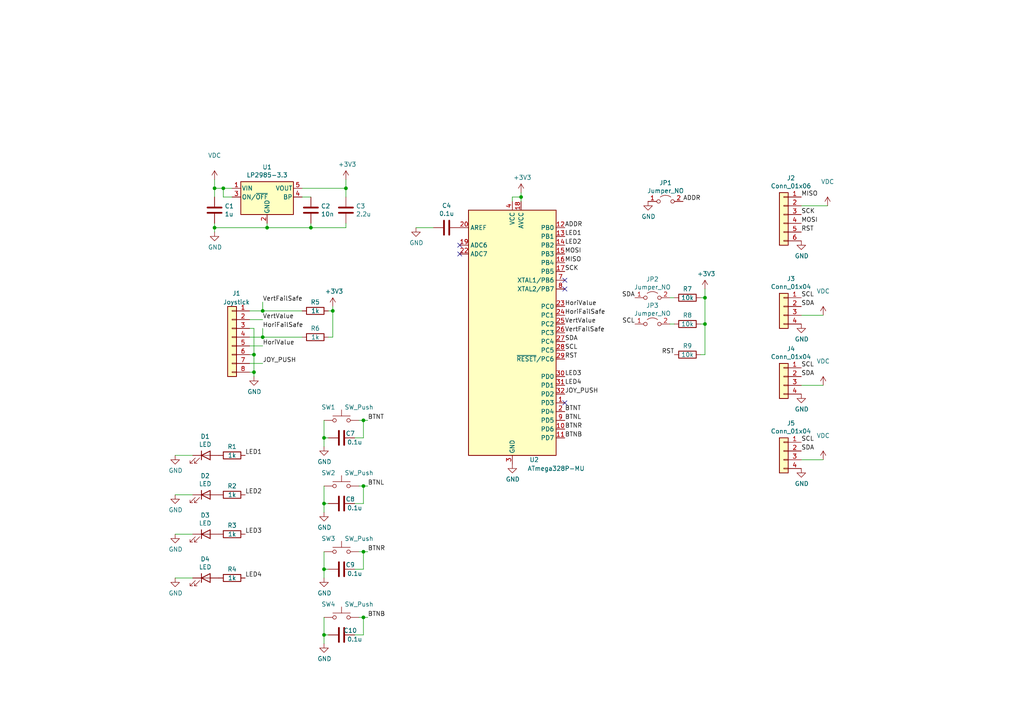
<source format=kicad_sch>
(kicad_sch (version 20230121) (generator eeschema)
  (paper "A4")
  (lib_symbols
    (symbol "Connector_Generic:Conn_01x04" (pin_names (offset 1.016) hide)
      (property "Reference" "J" (at 0 5.08 0))
      (property "Value" "Conn_01x04" (at 0 -7.62 0))
      (symbol "Conn_01x04_1_1"
        (rectangle (start -1.27 -4.953) (end 0 -5.207) (stroke (width 0.1524)))
        (rectangle (start -1.27 -2.413) (end 0 -2.667) (stroke (width 0.1524)))
        (rectangle (start -1.27 0.127) (end 0 -0.127) (stroke (width 0.1524)))
        (rectangle (start -1.27 2.667) (end 0 2.413) (stroke (width 0.1524)))
        (rectangle (start -1.27 3.81) (end 1.27 -6.35) (stroke (width 0.254)) (fill (type background)))
        (pin passive line (at -5.08 2.54 0) (length 3.81) (name "Pin_1") (number "1"))
        (pin passive line (at -5.08 0 0) (length 3.81) (name "Pin_2") (number "2"))
        (pin passive line (at -5.08 -2.54 0) (length 3.81) (name "Pin_3") (number "3"))
        (pin passive line (at -5.08 -5.08 0) (length 3.81) (name "Pin_4") (number "4"))
      )
    )
    (symbol "Connector_Generic:Conn_01x06" (pin_names (offset 1.016) hide)
      (property "Reference" "J" (at 0 7.62 0))
      (property "Value" "Conn_01x06" (at 0 -10.16 0))
      (symbol "Conn_01x06_1_1"
        (rectangle (start -1.27 -7.493) (end 0 -7.747) (stroke (width 0.1524)))
        (rectangle (start -1.27 -4.953) (end 0 -5.207) (stroke (width 0.1524)))
        (rectangle (start -1.27 -2.413) (end 0 -2.667) (stroke (width 0.1524)))
        (rectangle (start -1.27 0.127) (end 0 -0.127) (stroke (width 0.1524)))
        (rectangle (start -1.27 2.667) (end 0 2.413) (stroke (width 0.1524)))
        (rectangle (start -1.27 5.207) (end 0 4.953) (stroke (width 0.1524)))
        (rectangle (start -1.27 6.35) (end 1.27 -8.89) (stroke (width 0.254)) (fill (type background)))
        (pin passive line (at -5.08 5.08 0) (length 3.81) (name "Pin_1") (number "1"))
        (pin passive line (at -5.08 2.54 0) (length 3.81) (name "Pin_2") (number "2"))
        (pin passive line (at -5.08 0 0) (length 3.81) (name "Pin_3") (number "3"))
        (pin passive line (at -5.08 -2.54 0) (length 3.81) (name "Pin_4") (number "4"))
        (pin passive line (at -5.08 -5.08 0) (length 3.81) (name "Pin_5") (number "5"))
        (pin passive line (at -5.08 -7.62 0) (length 3.81) (name "Pin_6") (number "6"))
      )
    )
    (symbol "Connector_Generic:Conn_01x08" (pin_names (offset 1.016) hide)
      (property "Reference" "J" (at 0 10.16 0))
      (property "Value" "Conn_01x08" (at 0 -12.7 0))
      (symbol "Conn_01x08_1_1"
        (rectangle (start -1.27 -10.033) (end 0 -10.287) (stroke (width 0.1524)))
        (rectangle (start -1.27 -7.493) (end 0 -7.747) (stroke (width 0.1524)))
        (rectangle (start -1.27 -4.953) (end 0 -5.207) (stroke (width 0.1524)))
        (rectangle (start -1.27 -2.413) (end 0 -2.667) (stroke (width 0.1524)))
        (rectangle (start -1.27 0.127) (end 0 -0.127) (stroke (width 0.1524)))
        (rectangle (start -1.27 2.667) (end 0 2.413) (stroke (width 0.1524)))
        (rectangle (start -1.27 5.207) (end 0 4.953) (stroke (width 0.1524)))
        (rectangle (start -1.27 7.747) (end 0 7.493) (stroke (width 0.1524)))
        (rectangle (start -1.27 8.89) (end 1.27 -11.43) (stroke (width 0.254)) (fill (type background)))
        (pin passive line (at -5.08 7.62 0) (length 3.81) (name "Pin_1") (number "1"))
        (pin passive line (at -5.08 5.08 0) (length 3.81) (name "Pin_2") (number "2"))
        (pin passive line (at -5.08 2.54 0) (length 3.81) (name "Pin_3") (number "3"))
        (pin passive line (at -5.08 0 0) (length 3.81) (name "Pin_4") (number "4"))
        (pin passive line (at -5.08 -2.54 0) (length 3.81) (name "Pin_5") (number "5"))
        (pin passive line (at -5.08 -5.08 0) (length 3.81) (name "Pin_6") (number "6"))
        (pin passive line (at -5.08 -7.62 0) (length 3.81) (name "Pin_7") (number "7"))
        (pin passive line (at -5.08 -10.16 0) (length 3.81) (name "Pin_8") (number "8"))
      )
    )
    (symbol "Device:C" (pin_numbers hide) (pin_names (offset 0.254))
      (property "Reference" "C" (at 0.635 2.54 0))
      (property "Value" "C" (at 0.635 -2.54 0))
      (symbol "C_0_1"
        (polyline (pts (xy -2.032 -0.762) (xy 2.032 -0.762)) (stroke (width 0.508)))
        (polyline (pts (xy -2.032 0.762) (xy 2.032 0.762)) (stroke (width 0.508)))
      )
      (symbol "C_1_1"
        (pin passive line (at 0 3.81 270) (length 2.794) (name "~") (number "1"))
        (pin passive line (at 0 -3.81 90) (length 2.794) (name "~") (number "2"))
      )
    )
    (symbol "Device:LED" (pin_numbers hide) (pin_names (offset 1.016) hide)
      (property "Reference" "D" (at 0 2.54 0))
      (property "Value" "LED" (at 0 -2.54 0))
      (symbol "LED_0_1"
        (polyline (pts (xy -1.27 -1.27) (xy -1.27 1.27)) (stroke (width 0.254)))
        (polyline (pts (xy -1.27 0) (xy 1.27 0)))
        (polyline (pts (xy 1.27 -1.27) (xy 1.27 1.27) (xy -1.27 0) (xy 1.27 -1.27)) (stroke (width 0.254)))
        (polyline (pts (xy -3.048 -0.762) (xy -4.572 -2.286) (xy -3.81 -2.286) (xy -4.572 -2.286) (xy -4.572 -1.524)))
        (polyline (pts (xy -1.778 -0.762) (xy -3.302 -2.286) (xy -2.54 -2.286) (xy -3.302 -2.286) (xy -3.302 -1.524)))
      )
      (symbol "LED_1_1"
        (pin passive line (at -3.81 0 0) (length 2.54) (name "K") (number "1"))
        (pin passive line (at 3.81 0 180) (length 2.54) (name "A") (number "2"))
      )
    )
    (symbol "Device:R" (pin_numbers hide) (pin_names (offset 0))
      (property "Reference" "R" (at 2.032 0 90))
      (property "Value" "R" (at 0 0 90))
      (symbol "R_0_1"
        (rectangle (start -1.016 -2.54) (end 1.016 2.54) (stroke (width 0.254)))
      )
      (symbol "R_1_1"
        (pin passive line (at 0 3.81 270) (length 1.27) (name "~") (number "1"))
        (pin passive line (at 0 -3.81 90) (length 1.27) (name "~") (number "2"))
      )
    )
    (symbol "Jumper:Jumper_2_Open" (pin_names (offset 0) hide)
      (property "Reference" "JP" (at 0 2.794 0))
      (property "Value" "Jumper_2_Open" (at 0 -2.286 0))
      (symbol "Jumper_2_Open_0_0"
        (circle (center -2.032 0) (radius 0.508))
        (circle (center 2.032 0) (radius 0.508))
      )
      (symbol "Jumper_2_Open_0_1"
        (arc (start 1.524 1.27) (mid 0 1.778) (end -1.524 1.27))
      )
      (symbol "Jumper_2_Open_1_1"
        (pin passive line (at -5.08 0 0) (length 2.54) (name "A") (number "1"))
        (pin passive line (at 5.08 0 180) (length 2.54) (name "B") (number "2"))
      )
    )
    (symbol "Regulator_Linear:LP2985-3.3" (pin_names (offset 0.254))
      (property "Reference" "U" (at -6.35 5.715 0))
      (property "Value" "LP2985-3.3" (at 0 5.715 0))
      (symbol "LP2985-3.3_0_1"
        (rectangle (start -7.62 -5.08) (end 7.62 4.445) (stroke (width 0.254)) (fill (type background)))
      )
      (symbol "LP2985-3.3_1_1"
        (pin power_in line (at -10.16 2.54 0) (length 2.54) (name "VIN") (number "1"))
        (pin power_in line (at 0 -7.62 90) (length 2.54) (name "GND") (number "2"))
        (pin input line (at -10.16 0 0) (length 2.54) (name "ON/~{OFF}") (number "3"))
        (pin input line (at 10.16 0 180) (length 2.54) (name "BP") (number "4"))
        (pin power_out line (at 10.16 2.54 180) (length 2.54) (name "VOUT") (number "5"))
      )
    )
    (symbol "Switch:SW_Push" (pin_numbers hide) (pin_names (offset 1.016) hide)
      (property "Reference" "SW" (at 1.27 2.54 0))
      (property "Value" "SW_Push" (at 0 -1.524 0))
      (symbol "SW_Push_0_1"
        (circle (center -2.032 0) (radius 0.508))
        (polyline (pts (xy 0 1.27) (xy 0 3.048)))
        (polyline (pts (xy 2.54 1.27) (xy -2.54 1.27)))
        (circle (center 2.032 0) (radius 0.508))
        (pin passive line (at -5.08 0 0) (length 2.54) (name "1") (number "1"))
        (pin passive line (at 5.08 0 180) (length 2.54) (name "2") (number "2"))
      )
    )
    (symbol "WiredControllerPcb-rescue:ATmega328P-MU-MCU_Microchip_ATmega"
      (property "Reference" "U" (at -12.7 36.83 0))
      (property "Value" "ATmega328P-MU-MCU_Microchip_ATmega" (at 2.54 -36.83 0))
      (symbol "ATmega328P-MU-MCU_Microchip_ATmega_0_1"
        (rectangle (start -12.7 -35.56) (end 12.7 35.56) (stroke (width 0.254)) (fill (type background)))
      )
      (symbol "ATmega328P-MU-MCU_Microchip_ATmega_1_1"
        (pin tri_state line (at 15.24 -20.32 180) (length 2.54) (name "PD3") (number "1"))
        (pin tri_state line (at 15.24 -27.94 180) (length 2.54) (name "PD6") (number "10"))
        (pin tri_state line (at 15.24 -30.48 180) (length 2.54) (name "PD7") (number "11"))
        (pin tri_state line (at 15.24 30.48 180) (length 2.54) (name "PB0") (number "12"))
        (pin tri_state line (at 15.24 27.94 180) (length 2.54) (name "PB1") (number "13"))
        (pin tri_state line (at 15.24 25.4 180) (length 2.54) (name "PB2") (number "14"))
        (pin tri_state line (at 15.24 22.86 180) (length 2.54) (name "PB3") (number "15"))
        (pin tri_state line (at 15.24 20.32 180) (length 2.54) (name "PB4") (number "16"))
        (pin tri_state line (at 15.24 17.78 180) (length 2.54) (name "PB5") (number "17"))
        (pin power_in line (at 2.54 38.1 270) (length 2.54) (name "AVCC") (number "18"))
        (pin input line (at -15.24 25.4 0) (length 2.54) (name "ADC6") (number "19"))
        (pin tri_state line (at 15.24 -22.86 180) (length 2.54) (name "PD4") (number "2"))
        (pin passive line (at -15.24 30.48 0) (length 2.54) (name "AREF") (number "20"))
        (pin passive line (at 0 -38.1 90) (length 2.54) hide (name "GND") (number "21"))
        (pin input line (at -15.24 22.86 0) (length 2.54) (name "ADC7") (number "22"))
        (pin tri_state line (at 15.24 7.62 180) (length 2.54) (name "PC0") (number "23"))
        (pin tri_state line (at 15.24 5.08 180) (length 2.54) (name "PC1") (number "24"))
        (pin tri_state line (at 15.24 2.54 180) (length 2.54) (name "PC2") (number "25"))
        (pin tri_state line (at 15.24 0 180) (length 2.54) (name "PC3") (number "26"))
        (pin tri_state line (at 15.24 -2.54 180) (length 2.54) (name "PC4") (number "27"))
        (pin tri_state line (at 15.24 -5.08 180) (length 2.54) (name "PC5") (number "28"))
        (pin tri_state line (at 15.24 -7.62 180) (length 2.54) (name "~{RESET}/PC6") (number "29"))
        (pin power_in line (at 0 -38.1 90) (length 2.54) (name "GND") (number "3"))
        (pin tri_state line (at 15.24 -12.7 180) (length 2.54) (name "PD0") (number "30"))
        (pin tri_state line (at 15.24 -15.24 180) (length 2.54) (name "PD1") (number "31"))
        (pin tri_state line (at 15.24 -17.78 180) (length 2.54) (name "PD2") (number "32"))
        (pin passive line (at 0 -38.1 90) (length 2.54) hide (name "GND") (number "33"))
        (pin power_in line (at 0 38.1 270) (length 2.54) (name "VCC") (number "4"))
        (pin passive line (at 0 -38.1 90) (length 2.54) hide (name "GND") (number "5"))
        (pin passive line (at 0 38.1 270) (length 2.54) hide (name "VCC") (number "6"))
        (pin tri_state line (at 15.24 15.24 180) (length 2.54) (name "XTAL1/PB6") (number "7"))
        (pin tri_state line (at 15.24 12.7 180) (length 2.54) (name "XTAL2/PB7") (number "8"))
        (pin tri_state line (at 15.24 -25.4 180) (length 2.54) (name "PD5") (number "9"))
      )
    )
    (symbol "power:+3V3" (power) (pin_names (offset 0))
      (property "Value" "+3V3" (at 0 3.556 0))
      (symbol "+3V3_0_1"
        (polyline (pts (xy -0.762 1.27) (xy 0 2.54)))
        (polyline (pts (xy 0 0) (xy 0 2.54)))
        (polyline (pts (xy 0 2.54) (xy 0.762 1.27)))
      )
      (symbol "+3V3_1_1"
        (pin power_in line (at 0 0 90) (length 0) hide (name "+3V3") (number "1"))
      )
    )
    (symbol "power:GND" (power) (pin_names (offset 0))
      (property "Value" "GND" (at 0 -3.81 0))
      (symbol "GND_0_1"
        (polyline (pts (xy 0 0) (xy 0 -1.27) (xy 1.27 -1.27) (xy 0 -2.54) (xy -1.27 -1.27) (xy 0 -1.27)))
      )
      (symbol "GND_1_1"
        (pin power_in line (at 0 0 270) (length 0) hide (name "GND") (number "1"))
      )
    )
    (symbol "power:VDC" (power) (pin_names (offset 0))
      (property "Value" "VDC" (at 0 6.35 0))
      (symbol "VDC_0_1"
        (polyline (pts (xy -0.762 1.27) (xy 0 2.54)))
        (polyline (pts (xy 0 0) (xy 0 2.54)))
        (polyline (pts (xy 0 2.54) (xy 0.762 1.27)))
      )
      (symbol "VDC_1_1"
        (pin power_in line (at 0 0 90) (length 0) hide (name "VDC") (number "1"))
      )
    )
  )
  (junction (at 93.98 165.1))
  (junction (at 64.77 54.61))
  (junction (at 76.2 90.17))
  (junction (at 62.23 54.61))
  (junction (at 204.47 86.36))
  (junction (at 105.41 121.92))
  (junction (at 76.2 97.79))
  (junction (at 105.41 160.02))
  (junction (at 105.41 179.07))
  (junction (at 93.98 146.05))
  (junction (at 204.47 93.98))
  (junction (at 90.17 66.04))
  (junction (at 73.66 102.87))
  (junction (at 77.47 66.04))
  (junction (at 105.41 140.97))
  (junction (at 93.98 127))
  (junction (at 93.98 184.15))
  (junction (at 62.23 66.04))
  (junction (at 73.66 107.95))
  (junction (at 96.52 90.17))
  (junction (at 100.33 54.61))
  (junction (at 151.13 57.15))
  (no_connect (at 163.83 83.82))
  (no_connect (at 133.35 71.12))
  (no_connect (at 133.35 73.66))
  (no_connect (at 163.83 116.84))
  (no_connect (at 163.83 81.28))
  (wire (pts (xy 105.41 160.02) (xy 104.14 160.02)))
  (wire (pts (xy 105.41 140.97) (xy 105.41 146.05)))
  (wire (pts (xy 203.2 86.36) (xy 204.47 86.36)))
  (wire (pts (xy 93.98 146.05) (xy 93.98 148.59)))
  (wire (pts (xy 76.2 90.17) (xy 87.63 90.17)))
  (wire (pts (xy 106.68 160.02) (xy 105.41 160.02)))
  (wire (pts (xy 76.2 87.63) (xy 76.2 90.17)))
  (wire (pts (xy 62.23 64.77) (xy 62.23 66.04)))
  (wire (pts (xy 105.41 121.92) (xy 104.14 121.92)))
  (wire (pts (xy 120.65 66.04) (xy 125.73 66.04)))
  (wire (pts (xy 50.8 143.51) (xy 55.88 143.51)))
  (wire (pts (xy 50.8 167.64) (xy 55.88 167.64)))
  (wire (pts (xy 77.47 66.04) (xy 90.17 66.04)))
  (wire (pts (xy 62.23 54.61) (xy 64.77 54.61)))
  (wire (pts (xy 106.68 140.97) (xy 105.41 140.97)))
  (wire (pts (xy 232.41 111.76) (xy 238.76 111.76)))
  (wire (pts (xy 64.77 57.15) (xy 67.31 57.15)))
  (wire (pts (xy 232.41 91.44) (xy 238.76 91.44)))
  (wire (pts (xy 64.77 54.61) (xy 64.77 57.15)))
  (wire (pts (xy 194.31 86.36) (xy 195.58 86.36)))
  (wire (pts (xy 105.41 160.02) (xy 105.41 165.1)))
  (wire (pts (xy 105.41 179.07) (xy 104.14 179.07)))
  (wire (pts (xy 72.39 90.17) (xy 76.2 90.17)))
  (wire (pts (xy 93.98 184.15) (xy 95.25 184.15)))
  (wire (pts (xy 204.47 102.87) (xy 204.47 93.98)))
  (wire (pts (xy 50.8 154.94) (xy 55.88 154.94)))
  (wire (pts (xy 204.47 86.36) (xy 204.47 93.98)))
  (wire (pts (xy 93.98 127) (xy 95.25 127)))
  (wire (pts (xy 90.17 64.77) (xy 90.17 66.04)))
  (wire (pts (xy 93.98 184.15) (xy 93.98 186.69)))
  (wire (pts (xy 204.47 86.36) (xy 204.47 83.82)))
  (wire (pts (xy 148.59 57.15) (xy 148.59 58.42)))
  (wire (pts (xy 62.23 52.07) (xy 62.23 54.61)))
  (wire (pts (xy 151.13 55.88) (xy 151.13 57.15)))
  (wire (pts (xy 100.33 54.61) (xy 87.63 54.61)))
  (wire (pts (xy 93.98 127) (xy 93.98 129.54)))
  (wire (pts (xy 90.17 66.04) (xy 100.33 66.04)))
  (wire (pts (xy 93.98 146.05) (xy 95.25 146.05)))
  (wire (pts (xy 96.52 88.9) (xy 96.52 90.17)))
  (wire (pts (xy 232.41 133.35) (xy 238.76 133.35)))
  (wire (pts (xy 100.33 54.61) (xy 100.33 57.15)))
  (wire (pts (xy 50.8 132.08) (xy 55.88 132.08)))
  (wire (pts (xy 194.31 93.98) (xy 195.58 93.98)))
  (wire (pts (xy 76.2 92.71) (xy 72.39 92.71)))
  (wire (pts (xy 73.66 102.87) (xy 73.66 95.25)))
  (wire (pts (xy 105.41 184.15) (xy 102.87 184.15)))
  (wire (pts (xy 87.63 57.15) (xy 90.17 57.15)))
  (wire (pts (xy 151.13 57.15) (xy 148.59 57.15)))
  (wire (pts (xy 76.2 97.79) (xy 76.2 95.25)))
  (wire (pts (xy 72.39 100.33) (xy 76.2 100.33)))
  (wire (pts (xy 93.98 165.1) (xy 95.25 165.1)))
  (wire (pts (xy 232.41 59.69) (xy 240.03 59.69)))
  (wire (pts (xy 76.2 105.41) (xy 72.39 105.41)))
  (wire (pts (xy 72.39 102.87) (xy 73.66 102.87)))
  (wire (pts (xy 204.47 93.98) (xy 203.2 93.98)))
  (wire (pts (xy 62.23 66.04) (xy 77.47 66.04)))
  (wire (pts (xy 105.41 146.05) (xy 102.87 146.05)))
  (wire (pts (xy 73.66 107.95) (xy 72.39 107.95)))
  (wire (pts (xy 100.33 52.07) (xy 100.33 54.61)))
  (wire (pts (xy 96.52 97.79) (xy 95.25 97.79)))
  (wire (pts (xy 64.77 54.61) (xy 67.31 54.61)))
  (wire (pts (xy 151.13 57.15) (xy 151.13 58.42)))
  (wire (pts (xy 73.66 107.95) (xy 73.66 102.87)))
  (wire (pts (xy 106.68 179.07) (xy 105.41 179.07)))
  (wire (pts (xy 62.23 57.15) (xy 62.23 54.61)))
  (wire (pts (xy 73.66 109.22) (xy 73.66 107.95)))
  (wire (pts (xy 62.23 66.04) (xy 62.23 67.31)))
  (wire (pts (xy 73.66 95.25) (xy 72.39 95.25)))
  (wire (pts (xy 105.41 179.07) (xy 105.41 184.15)))
  (wire (pts (xy 105.41 121.92) (xy 105.41 127)))
  (wire (pts (xy 72.39 97.79) (xy 76.2 97.79)))
  (wire (pts (xy 93.98 140.97) (xy 93.98 146.05)))
  (wire (pts (xy 105.41 165.1) (xy 102.87 165.1)))
  (wire (pts (xy 93.98 165.1) (xy 93.98 167.64)))
  (wire (pts (xy 93.98 121.92) (xy 93.98 127)))
  (wire (pts (xy 106.68 121.92) (xy 105.41 121.92)))
  (wire (pts (xy 105.41 140.97) (xy 104.14 140.97)))
  (wire (pts (xy 96.52 90.17) (xy 96.52 97.79)))
  (wire (pts (xy 77.47 66.04) (xy 77.47 64.77)))
  (wire (pts (xy 100.33 66.04) (xy 100.33 64.77)))
  (wire (pts (xy 93.98 160.02) (xy 93.98 165.1)))
  (wire (pts (xy 76.2 97.79) (xy 87.63 97.79)))
  (wire (pts (xy 203.2 102.87) (xy 204.47 102.87)))
  (wire (pts (xy 93.98 179.07) (xy 93.98 184.15)))
  (wire (pts (xy 105.41 127) (xy 102.87 127)))
  (wire (pts (xy 95.25 90.17) (xy 96.52 90.17)))
  (label "RST" (at 232.41 67.31 0))
  (label "BTNT" (at 163.83 119.38 0))
  (label "MISO" (at 232.41 57.15 0))
  (label "HoriValue" (at 76.2 100.33 0))
  (label "SCL" (at 184.15 93.98 180))
  (label "LED1" (at 71.12 132.08 0))
  (label "MOSI" (at 163.83 73.66 0))
  (label "MISO" (at 163.83 76.2 0))
  (label "LED2" (at 163.83 71.12 0))
  (label "SCK" (at 232.41 62.23 0))
  (label "JOY_PUSH" (at 163.83 114.3 0))
  (label "VertValue" (at 163.83 93.98 0))
  (label "BTNL" (at 163.83 121.92 0))
  (label "SDA" (at 163.83 99.06 0))
  (label "SCL" (at 232.41 106.68 0))
  (label "RST" (at 163.83 104.14 0))
  (label "SDA" (at 184.15 86.36 180))
  (label "MOSI" (at 232.41 64.77 0))
  (label "BTNB" (at 163.83 127 0))
  (label "LED2" (at 71.12 143.51 0))
  (label "BTNT" (at 106.68 121.92 0))
  (label "SDA" (at 232.41 130.81 0))
  (label "SDA" (at 232.41 109.22 0))
  (label "BTNR" (at 163.83 124.46 0))
  (label "LED4" (at 71.12 167.64 0))
  (label "SDA" (at 232.41 88.9 0))
  (label "BTNB" (at 106.68 179.07 0))
  (label "SCL" (at 163.83 101.6 0))
  (label "ADDR" (at 198.12 58.42 0))
  (label "BTNR" (at 106.68 160.02 0))
  (label "RST" (at 195.58 102.87 180))
  (label "LED3" (at 71.12 154.94 0))
  (label "VertValue" (at 76.2 92.71 0))
  (label "HoriValue" (at 163.83 88.9 0))
  (label "HoriFailSafe" (at 76.2 95.25 0))
  (label "JOY_PUSH" (at 76.2 105.41 0))
  (label "HoriFailSafe" (at 163.83 91.44 0))
  (label "LED4" (at 163.83 111.76 0))
  (label "SCL" (at 232.41 128.27 0))
  (label "ADDR" (at 163.83 66.04 0))
  (label "SCL" (at 232.41 86.36 0))
  (label "LED3" (at 163.83 109.22 0))
  (label "VertFailSafe" (at 76.2 87.63 0))
  (label "LED1" (at 163.83 68.58 0))
  (label "SCK" (at 163.83 78.74 0))
  (label "VertFailSafe" (at 163.83 96.52 0))
  (label "BTNL" (at 106.68 140.97 0))
  (symbol (lib_id "Connector_Generic:Conn_01x08") (at 67.31 97.79 0) (mirror y) (unit 1)
    (property "Reference" "J1" (at 68.58 85.09 0))
    (property "Value" "Joystick" (at 68.58 87.63 0))
    (property "Footprint" "footprints:PS4tJoystick" (effects hide))
  )
  (symbol (lib_id "Device:R") (at 91.44 90.17 270) (unit 1)
    (property "Reference" "R5" (at 91.44 87.63 90))
    (property "Value" "1k" (at 91.44 90.17 90))
    (property "Footprint" "Resistor_SMD:R_0603_1608Metric" (effects hide))
  )
  (symbol (lib_id "Device:R") (at 67.31 132.08 270) (unit 1)
    (property "Reference" "R1" (at 67.31 129.54 90))
    (property "Value" "1k" (at 67.31 132.08 90))
    (property "Footprint" "Resistor_SMD:R_0603_1608Metric" (effects hide))
  )
  (symbol (lib_id "power:GND") (at 73.66 109.22 0) (unit 1)
    (property "Reference" "#PWR0101" (effects hide))
    (property "Value" "GND" (at 73.787 113.6142 0))
  )
  (symbol (lib_id "power:+3V3") (at 96.52 88.9 0) (unit 1)
    (property "Reference" "#PWR0102" (effects hide))
    (property "Value" "+3V3" (at 96.901 84.5058 0))
  )
  (symbol (lib_id "Device:LED") (at 59.69 132.08 0) (unit 1)
    (property "Reference" "D1" (at 59.5122 126.5936 0))
    (property "Value" "LED" (at 59.5122 128.905 0))
    (property "Footprint" "LED_SMD:LED_0603_1608Metric" (effects hide))
  )
  (symbol (lib_id "power:GND") (at 50.8 132.08 0) (unit 1)
    (property "Reference" "#PWR0103" (effects hide))
    (property "Value" "GND" (at 50.927 136.4742 0))
  )
  (symbol (lib_id "Device:LED") (at 59.69 143.51 0) (unit 1)
    (property "Reference" "D2" (at 59.5122 138.0236 0))
    (property "Value" "LED" (at 59.5122 140.335 0))
    (property "Footprint" "LED_SMD:LED_0603_1608Metric" (effects hide))
  )
  (symbol (lib_id "power:GND") (at 50.8 143.51 0) (unit 1)
    (property "Reference" "#PWR0104" (effects hide))
    (property "Value" "GND" (at 50.927 147.9042 0))
  )
  (symbol (lib_id "Device:LED") (at 59.69 154.94 0) (unit 1)
    (property "Reference" "D3" (at 59.5122 149.4536 0))
    (property "Value" "LED" (at 59.5122 151.765 0))
    (property "Footprint" "LED_SMD:LED_0603_1608Metric" (effects hide))
  )
  (symbol (lib_id "power:GND") (at 50.8 154.94 0) (unit 1)
    (property "Reference" "#PWR0105" (effects hide))
    (property "Value" "GND" (at 50.927 159.3342 0))
  )
  (symbol (lib_id "WiredControllerPcb-rescue:ATmega328P-MU-MCU_Microchip_ATmega") (at 148.59 96.52 0) (unit 1)
    (property "Reference" "U2" (at 154.94 133.35 0))
    (property "Value" "ATmega328P-MU" (at 161.29 135.89 0))
    (property "Footprint" "Package_DFN_QFN:QFN-32-1EP_5x5mm_P0.5mm_EP3.1x3.1mm" (effects hide))
    (property "Datasheet" "http://ww1.microchip.com/downloads/en/DeviceDoc/ATmega328_P%20AVR%20MCU%20with%20picoPower%20Technology%20Data%20Sheet%2040001984A.pdf" (effects hide))
  )
  (symbol (lib_id "power:GND") (at 148.59 134.62 0) (unit 1)
    (property "Reference" "#PWR0107" (effects hide))
    (property "Value" "GND" (at 148.717 139.0142 0))
  )
  (symbol (lib_id "power:+3V3") (at 151.13 55.88 0) (unit 1)
    (property "Reference" "#PWR0108" (effects hide))
    (property "Value" "+3V3" (at 151.511 51.4858 0))
  )
  (symbol (lib_id "Device:C") (at 129.54 66.04 90) (unit 1)
    (property "Reference" "C4" (at 129.54 59.6392 90))
    (property "Value" "0.1u" (at 129.54 61.9506 90))
    (property "Footprint" "Capacitor_SMD:C_0603_1608Metric" (effects hide))
  )
  (symbol (lib_id "power:GND") (at 120.65 66.04 0) (unit 1)
    (property "Reference" "#PWR0109" (effects hide))
    (property "Value" "GND" (at 120.777 70.4342 0))
  )
  (symbol (lib_id "Regulator_Linear:LP2985-3.3") (at 77.47 57.15 0) (unit 1)
    (property "Reference" "U1" (at 77.47 48.4632 0))
    (property "Value" "LP2985-3.3" (at 77.47 50.7746 0))
    (property "Footprint" "Package_TO_SOT_SMD:SOT-23-5" (effects hide))
    (property "Datasheet" "http://www.ti.com/lit/ds/symlink/lp2985.pdf" (effects hide))
  )
  (symbol (lib_id "power:GND") (at 62.23 67.31 0) (unit 1)
    (property "Reference" "#PWR0110" (effects hide))
    (property "Value" "GND" (at 62.357 71.7042 0))
  )
  (symbol (lib_id "Device:C") (at 62.23 60.96 0) (unit 1)
    (property "Reference" "C1" (at 65.151 59.7916 0) (effects (justify left)))
    (property "Value" "1u" (at 65.151 62.103 0) (effects (justify left)))
    (property "Footprint" "Capacitor_SMD:C_0603_1608Metric" (effects hide))
  )
  (symbol (lib_id "Device:C") (at 90.17 60.96 0) (unit 1)
    (property "Reference" "C2" (at 93.091 59.7916 0) (effects (justify left)))
    (property "Value" "10n" (at 93.091 62.103 0) (effects (justify left)))
    (property "Footprint" "Capacitor_SMD:C_0603_1608Metric" (effects hide))
  )
  (symbol (lib_id "Device:C") (at 100.33 60.96 0) (unit 1)
    (property "Reference" "C3" (at 103.251 59.7916 0) (effects (justify left)))
    (property "Value" "2.2u" (at 103.251 62.103 0) (effects (justify left)))
    (property "Footprint" "Capacitor_SMD:C_0603_1608Metric" (effects hide))
  )
  (symbol (lib_id "power:+3V3") (at 100.33 52.07 0) (unit 1)
    (property "Reference" "#PWR0112" (effects hide))
    (property "Value" "+3V3" (at 100.711 47.6758 0))
  )
  (symbol (lib_id "Connector_Generic:Conn_01x06") (at 227.33 62.23 0) (mirror y) (unit 1)
    (property "Reference" "J2" (at 229.4128 51.6382 0))
    (property "Value" "Conn_01x06" (at 229.4128 53.9496 0))
    (property "Footprint" "footprints:2x03_P2.54mm_Pads" (effects hide))
  )
  (symbol (lib_id "power:GND") (at 232.41 69.85 0) (unit 1)
    (property "Reference" "#PWR0113" (effects hide))
    (property "Value" "GND" (at 232.537 74.2442 0))
  )
  (symbol (lib_id "Connector_Generic:Conn_01x04") (at 227.33 88.9 0) (mirror y) (unit 1)
    (property "Reference" "J3" (at 229.4128 80.8482 0))
    (property "Value" "Conn_01x04" (at 229.4128 83.1596 0))
    (property "Footprint" "footprints:NS-Tech_Grove_1x04_P2mm_Horizontal" (effects hide))
  )
  (symbol (lib_id "power:GND") (at 232.41 93.98 0) (unit 1)
    (property "Reference" "#PWR0116" (effects hide))
    (property "Value" "GND" (at 232.537 98.3742 0))
  )
  (symbol (lib_id "Device:R") (at 67.31 143.51 270) (unit 1)
    (property "Reference" "R2" (at 67.31 140.97 90))
    (property "Value" "1k" (at 67.31 143.51 90))
    (property "Footprint" "Resistor_SMD:R_0603_1608Metric" (effects hide))
  )
  (symbol (lib_id "Device:R") (at 91.44 97.79 270) (unit 1)
    (property "Reference" "R6" (at 91.44 95.25 90))
    (property "Value" "1k" (at 91.44 97.79 90))
    (property "Footprint" "Resistor_SMD:R_0603_1608Metric" (effects hide))
  )
  (symbol (lib_id "Device:R") (at 67.31 154.94 270) (unit 1)
    (property "Reference" "R3" (at 67.31 152.4 90))
    (property "Value" "1k" (at 67.31 154.94 90))
    (property "Footprint" "Resistor_SMD:R_0603_1608Metric" (effects hide))
  )
  (symbol (lib_id "Switch:SW_Push") (at 99.06 121.92 0) (unit 1)
    (property "Reference" "SW1" (at 95.25 118.11 0))
    (property "Value" "SW_Push" (at 104.14 118.11 0))
    (property "Footprint" "footprints:SW_Center_PUSH-12mm" (effects hide))
  )
  (symbol (lib_id "power:GND") (at 93.98 129.54 0) (unit 1)
    (property "Reference" "#PWR0117" (effects hide))
    (property "Value" "GND" (at 94.107 133.9342 0))
  )
  (symbol (lib_id "Device:LED") (at 59.69 167.64 0) (unit 1)
    (property "Reference" "D4" (at 59.5122 162.1536 0))
    (property "Value" "LED" (at 59.5122 164.465 0))
    (property "Footprint" "LED_SMD:LED_0603_1608Metric" (effects hide))
  )
  (symbol (lib_id "power:GND") (at 50.8 167.64 0) (unit 1)
    (property "Reference" "#PWR0123" (effects hide))
    (property "Value" "GND" (at 50.927 172.0342 0))
  )
  (symbol (lib_id "Device:R") (at 67.31 167.64 270) (unit 1)
    (property "Reference" "R4" (at 67.31 165.1 90))
    (property "Value" "1k" (at 67.31 167.64 90))
    (property "Footprint" "Resistor_SMD:R_0603_1608Metric" (effects hide))
  )
  (symbol (lib_id "Jumper:Jumper_2_Open") (at 193.04 58.42 0) (unit 1)
    (property "Reference" "JP1" (at 193.04 53.0352 0))
    (property "Value" "Jumper_NO" (at 193.04 55.3466 0))
    (property "Footprint" "Jumper:SolderJumper-2_P1.3mm_Open_RoundedPad1.0x1.5mm" (effects hide))
  )
  (symbol (lib_id "power:GND") (at 187.96 58.42 0) (unit 1)
    (property "Reference" "#PWR0124" (effects hide))
    (property "Value" "GND" (at 188.087 62.8142 0))
  )
  (symbol (lib_id "Device:C") (at 99.06 127 270) (unit 1)
    (property "Reference" "C7" (at 101.6 125.73 90))
    (property "Value" "0.1u" (at 102.87 128.27 90))
    (property "Footprint" "Capacitor_SMD:C_0603_1608Metric" (effects hide))
  )
  (symbol (lib_id "Switch:SW_Push") (at 99.06 140.97 0) (unit 1)
    (property "Reference" "SW2" (at 95.25 137.16 0))
    (property "Value" "SW_Push" (at 104.14 137.16 0))
    (property "Footprint" "footprints:SW_Center_PUSH-12mm" (effects hide))
  )
  (symbol (lib_id "power:GND") (at 93.98 148.59 0) (unit 1)
    (property "Reference" "#PWR0118" (effects hide))
    (property "Value" "GND" (at 94.107 152.9842 0))
  )
  (symbol (lib_id "Device:C") (at 99.06 146.05 270) (unit 1)
    (property "Reference" "C8" (at 101.6 144.78 90))
    (property "Value" "0.1u" (at 102.87 147.32 90))
    (property "Footprint" "Capacitor_SMD:C_0603_1608Metric" (effects hide))
  )
  (symbol (lib_id "Switch:SW_Push") (at 99.06 160.02 0) (unit 1)
    (property "Reference" "SW3" (at 95.25 156.21 0))
    (property "Value" "SW_Push" (at 104.14 156.21 0))
    (property "Footprint" "footprints:SW_Center_PUSH-12mm" (effects hide))
  )
  (symbol (lib_id "power:GND") (at 93.98 167.64 0) (unit 1)
    (property "Reference" "#PWR0119" (effects hide))
    (property "Value" "GND" (at 94.107 172.0342 0))
  )
  (symbol (lib_id "Device:C") (at 99.06 165.1 270) (unit 1)
    (property "Reference" "C9" (at 101.6 163.83 90))
    (property "Value" "0.1u" (at 102.87 166.37 90))
    (property "Footprint" "Capacitor_SMD:C_0603_1608Metric" (effects hide))
  )
  (symbol (lib_id "Switch:SW_Push") (at 99.06 179.07 0) (unit 1)
    (property "Reference" "SW4" (at 95.25 175.26 0))
    (property "Value" "SW_Push" (at 104.14 175.26 0))
    (property "Footprint" "footprints:SW_Center_PUSH-12mm" (effects hide))
  )
  (symbol (lib_id "power:GND") (at 93.98 186.69 0) (unit 1)
    (property "Reference" "#PWR0120" (effects hide))
    (property "Value" "GND" (at 94.107 191.0842 0))
  )
  (symbol (lib_id "Device:C") (at 99.06 184.15 270) (unit 1)
    (property "Reference" "C10" (at 101.6 182.88 90))
    (property "Value" "0.1u" (at 102.87 185.42 90))
    (property "Footprint" "Capacitor_SMD:C_0603_1608Metric" (effects hide))
  )
  (symbol (lib_id "power:VDC") (at 62.23 52.07 0) (unit 1)
    (property "Reference" "#PWR0106" (effects hide))
    (property "Value" "VDC" (at 62.23 45.085 0))
  )
  (symbol (lib_id "power:VDC") (at 240.03 59.69 0) (unit 1)
    (property "Reference" "#PWR0111" (effects hide))
    (property "Value" "VDC" (at 240.03 52.705 0))
  )
  (symbol (lib_id "power:VDC") (at 238.76 91.44 0) (unit 1)
    (property "Reference" "#PWR0114" (effects hide))
    (property "Value" "VDC" (at 238.76 84.455 0))
  )
  (symbol (lib_id "power:+3V3") (at 204.47 83.82 0) (unit 1)
    (property "Reference" "#PWR0115" (effects hide))
    (property "Value" "+3V3" (at 204.851 79.4258 0))
  )
  (symbol (lib_id "Device:R") (at 199.39 86.36 270) (unit 1)
    (property "Reference" "R7" (at 199.39 83.82 90))
    (property "Value" "10k" (at 199.39 86.36 90))
    (property "Footprint" "Resistor_SMD:R_0603_1608Metric" (effects hide))
  )
  (symbol (lib_id "Device:R") (at 199.39 93.98 270) (unit 1)
    (property "Reference" "R8" (at 199.39 91.44 90))
    (property "Value" "10k" (at 199.39 93.98 90))
    (property "Footprint" "Resistor_SMD:R_0603_1608Metric" (effects hide))
  )
  (symbol (lib_id "Jumper:Jumper_2_Open") (at 189.23 86.36 0) (unit 1)
    (property "Reference" "JP2" (at 189.23 80.9752 0))
    (property "Value" "Jumper_NO" (at 189.23 83.2866 0))
    (property "Footprint" "Jumper:SolderJumper-2_P1.3mm_Open_RoundedPad1.0x1.5mm" (effects hide))
  )
  (symbol (lib_id "Jumper:Jumper_2_Open") (at 189.23 93.98 0) (unit 1)
    (property "Reference" "JP3" (at 189.23 88.5952 0))
    (property "Value" "Jumper_NO" (at 189.23 90.9066 0))
    (property "Footprint" "Jumper:SolderJumper-2_P1.3mm_Open_RoundedPad1.0x1.5mm" (effects hide))
  )
  (symbol (lib_id "Connector_Generic:Conn_01x04") (at 227.33 109.22 0) (mirror y) (unit 1)
    (property "Reference" "J4" (at 229.4128 101.1682 0))
    (property "Value" "Conn_01x04" (at 229.4128 103.4796 0))
    (property "Footprint" "TerminalBlock:TerminalBlock_bornier-4_P5.08mm" (effects hide))
  )
  (symbol (lib_id "power:GND") (at 232.41 114.3 0) (unit 1)
    (property "Reference" "#PWR0121" (effects hide))
    (property "Value" "GND" (at 232.537 118.6942 0))
  )
  (symbol (lib_id "power:VDC") (at 238.76 111.76 0) (unit 1)
    (property "Reference" "#PWR0122" (effects hide))
    (property "Value" "VDC" (at 238.76 104.775 0))
  )
  (symbol (lib_id "Connector_Generic:Conn_01x04") (at 227.33 130.81 0) (mirror y) (unit 1)
    (property "Reference" "J5" (at 229.4128 122.7582 0))
    (property "Value" "Conn_01x04" (at 229.4128 125.0696 0))
    (property "Footprint" "Connector_PinHeader_2.54mm:PinHeader_1x04_P2.54mm_Vertical" (effects hide))
  )
  (symbol (lib_id "power:GND") (at 232.41 135.89 0) (unit 1)
    (property "Reference" "#PWR0125" (effects hide))
    (property "Value" "GND" (at 232.537 140.2842 0))
  )
  (symbol (lib_id "power:VDC") (at 238.76 133.35 0) (unit 1)
    (property "Reference" "#PWR0126" (effects hide))
    (property "Value" "VDC" (at 238.76 126.365 0))
  )
  (symbol (lib_id "Device:R") (at 199.39 102.87 270) (unit 1)
    (property "Reference" "R9" (at 199.39 100.33 90))
    (property "Value" "10k" (at 199.39 102.87 90))
    (property "Footprint" "Resistor_SMD:R_0603_1608Metric" (effects hide))
  )
)
</source>
